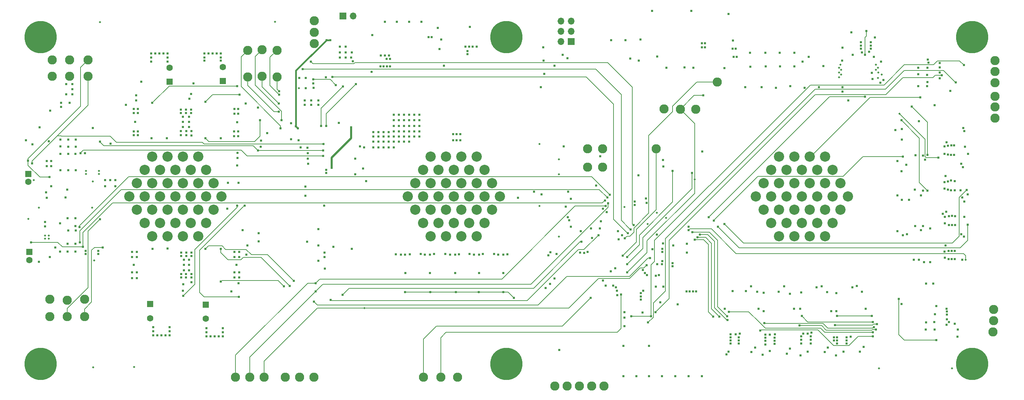
<source format=gbr>
G04 #@! TF.GenerationSoftware,KiCad,Pcbnew,(5.1.5-0-10_14)*
G04 #@! TF.CreationDate,2020-08-17T13:50:39-04:00*
G04 #@! TF.ProjectId,pressurization_series1,70726573-7375-4726-997a-6174696f6e5f,Rev 1*
G04 #@! TF.SameCoordinates,Original*
G04 #@! TF.FileFunction,Copper,L3,Inr*
G04 #@! TF.FilePolarity,Positive*
%FSLAX46Y46*%
G04 Gerber Fmt 4.6, Leading zero omitted, Abs format (unit mm)*
G04 Created by KiCad (PCBNEW (5.1.5-0-10_14)) date 2020-08-17 13:50:39*
%MOMM*%
%LPD*%
G04 APERTURE LIST*
%ADD10C,2.540000*%
%ADD11R,1.600000X1.600000*%
%ADD12C,1.600000*%
%ADD13C,2.286000*%
%ADD14C,8.000000*%
%ADD15R,1.700000X1.700000*%
%ADD16O,1.700000X1.700000*%
%ADD17C,0.609600*%
%ADD18C,0.508000*%
%ADD19C,0.381000*%
%ADD20C,0.508000*%
%ADD21C,0.203200*%
G04 APERTURE END LIST*
D10*
X69646800Y-89890600D03*
X65836800Y-89890600D03*
X62026800Y-89890600D03*
X58216800Y-89890600D03*
X60121800Y-93192600D03*
X67741800Y-93192600D03*
X63931800Y-93192600D03*
X56311800Y-93192600D03*
X71551800Y-93192600D03*
X69646800Y-96494600D03*
X65836800Y-96494600D03*
X58216800Y-96494600D03*
X62026800Y-96494600D03*
X73456800Y-96494600D03*
X54406800Y-96494600D03*
X63931800Y-106400600D03*
X60121800Y-106400600D03*
X62026800Y-109702600D03*
X54406800Y-103098600D03*
X56311800Y-106400600D03*
X58216800Y-109702600D03*
X58216800Y-103098600D03*
X62026800Y-103098600D03*
X65836800Y-109702600D03*
X67741800Y-106400600D03*
X65836800Y-103098600D03*
X71551800Y-106400600D03*
X69646800Y-109702600D03*
X69646800Y-103098600D03*
X73456800Y-103098600D03*
X71551800Y-99796600D03*
X67741800Y-99796600D03*
X63931800Y-99796600D03*
X60121800Y-99796600D03*
X56311800Y-99796600D03*
X75361800Y-99796600D03*
X52501800Y-99796600D03*
X138734800Y-89916000D03*
X134924800Y-89916000D03*
X131114800Y-89916000D03*
X127304800Y-89916000D03*
X129209800Y-93218000D03*
X136829800Y-93218000D03*
X133019800Y-93218000D03*
X125399800Y-93218000D03*
X140639800Y-93218000D03*
X138734800Y-96520000D03*
X134924800Y-96520000D03*
X127304800Y-96520000D03*
X131114800Y-96520000D03*
X142544800Y-96520000D03*
X123494800Y-96520000D03*
X133019800Y-106426000D03*
X129209800Y-106426000D03*
X131114800Y-109728000D03*
X123494800Y-103124000D03*
X125399800Y-106426000D03*
X127304800Y-109728000D03*
X127304800Y-103124000D03*
X131114800Y-103124000D03*
X134924800Y-109728000D03*
X136829800Y-106426000D03*
X134924800Y-103124000D03*
X140639800Y-106426000D03*
X138734800Y-109728000D03*
X138734800Y-103124000D03*
X142544800Y-103124000D03*
X140639800Y-99822000D03*
X136829800Y-99822000D03*
X133019800Y-99822000D03*
X129209800Y-99822000D03*
X125399800Y-99822000D03*
X144449800Y-99822000D03*
X121589800Y-99822000D03*
X225120200Y-89890600D03*
X221310200Y-89890600D03*
X217500200Y-89890600D03*
X213690200Y-89890600D03*
X215595200Y-93192600D03*
X223215200Y-93192600D03*
X219405200Y-93192600D03*
X211785200Y-93192600D03*
X227025200Y-93192600D03*
X225120200Y-96494600D03*
X221310200Y-96494600D03*
X213690200Y-96494600D03*
X217500200Y-96494600D03*
X228930200Y-96494600D03*
X209880200Y-96494600D03*
X219405200Y-106400600D03*
X215595200Y-106400600D03*
X217500200Y-109702600D03*
X209880200Y-103098600D03*
X211785200Y-106400600D03*
X213690200Y-109702600D03*
X213690200Y-103098600D03*
X217500200Y-103098600D03*
X221310200Y-109702600D03*
X223215200Y-106400600D03*
X221310200Y-103098600D03*
X227025200Y-106400600D03*
X225120200Y-109702600D03*
X225120200Y-103098600D03*
X228930200Y-103098600D03*
X227025200Y-99796600D03*
X223215200Y-99796600D03*
X219405200Y-99796600D03*
X215595200Y-99796600D03*
X211785200Y-99796600D03*
X230835200Y-99796600D03*
X207975200Y-99796600D03*
D11*
X62484000Y-71318000D03*
D12*
X62484000Y-67818000D03*
D13*
X89154000Y-70104000D03*
X85471000Y-69977000D03*
X81915000Y-70104000D03*
X89154000Y-63500000D03*
X85471000Y-63373000D03*
X81915000Y-63500000D03*
X98298000Y-144780000D03*
X94742000Y-144780000D03*
X91186000Y-144780000D03*
D11*
X75692000Y-71120000D03*
D12*
X75692000Y-67620000D03*
D11*
X57658000Y-126619000D03*
D12*
X57658000Y-130119000D03*
D13*
X129794000Y-144780000D03*
X198374000Y-71374000D03*
X183261000Y-88011000D03*
D14*
X261620000Y-60198000D03*
X146050000Y-60198000D03*
X30480000Y-141478000D03*
X146050000Y-141478000D03*
X261620000Y-141478000D03*
X30480000Y-60198000D03*
D12*
X27432000Y-96234000D03*
D11*
X27432000Y-94234000D03*
X27686000Y-113633000D03*
D12*
X27686000Y-115633000D03*
X71501000Y-130246000D03*
D11*
X71501000Y-126746000D03*
D13*
X98425000Y-59029600D03*
X98425000Y-56108600D03*
X98425000Y-61823600D03*
D15*
X162179000Y-61341000D03*
D16*
X159639000Y-61341000D03*
X162179000Y-58801000D03*
X159639000Y-58801000D03*
X162179000Y-56261000D03*
X159639000Y-56261000D03*
D15*
X105537000Y-54991000D03*
D16*
X108077000Y-54991000D03*
D13*
X267335000Y-80365600D03*
X267335000Y-74904600D03*
X267335000Y-77571600D03*
X193040000Y-78117700D03*
X185166000Y-78105000D03*
X189230000Y-78117700D03*
X133985000Y-144780000D03*
X125476000Y-144780000D03*
X170307000Y-146951700D03*
X164211000Y-146951700D03*
X167259000Y-146951700D03*
X161163000Y-146951700D03*
X158115000Y-146951700D03*
X33401000Y-65887600D03*
X37719000Y-65887600D03*
X42291000Y-65887600D03*
X33401000Y-69951600D03*
X37719000Y-69951600D03*
X42291000Y-69951600D03*
X32766000Y-125412500D03*
X37084000Y-125666500D03*
X41402000Y-125412500D03*
X41402000Y-129730500D03*
X37084000Y-129730500D03*
X32766000Y-129730500D03*
X78867000Y-144754600D03*
X82423000Y-144754600D03*
X85979000Y-144754600D03*
X267284200Y-68732400D03*
X266966700Y-130771900D03*
X267284200Y-66065400D03*
X266966700Y-127977900D03*
X267284200Y-71526400D03*
X266839700Y-133565900D03*
X166243000Y-88011000D03*
X169926000Y-88011000D03*
X166243000Y-92583000D03*
X169926000Y-92583000D03*
D17*
X133731000Y-84328000D03*
X132842000Y-84328000D03*
X134620000Y-84328000D03*
X99441000Y-77089000D03*
X96012000Y-77089000D03*
X99441000Y-75946000D03*
X96012000Y-75946000D03*
X250571000Y-71374000D03*
X248285000Y-72390000D03*
X250444000Y-72390000D03*
X250444000Y-69596000D03*
X248285000Y-69469000D03*
X248285000Y-67818000D03*
X250571000Y-67818000D03*
X252412500Y-129095500D03*
X250190000Y-131127500D03*
X252285500Y-131064000D03*
X252349000Y-132969000D03*
X250126500Y-132969000D03*
X35433000Y-85725000D03*
X35433000Y-87376000D03*
X35433000Y-89281000D03*
X35433000Y-93345000D03*
X37338000Y-89281000D03*
X37338000Y-87503000D03*
X37338000Y-85725000D03*
X39243000Y-85725000D03*
X39243000Y-87503000D03*
X39116000Y-89281000D03*
X37338000Y-93345000D03*
X34163000Y-112522000D03*
X35306000Y-113538000D03*
X37211000Y-105283000D03*
X37211000Y-111633000D03*
X37211000Y-113538000D03*
X39116000Y-113538000D03*
X39116000Y-111633000D03*
X39243000Y-108331000D03*
X39116000Y-107188000D03*
X39116000Y-105283000D03*
X39243000Y-93345000D03*
X201168000Y-138430000D03*
X259207000Y-115570000D03*
X206883000Y-138557000D03*
X211455000Y-138303000D03*
X215646000Y-138938000D03*
X220853000Y-138430000D03*
X225044000Y-138557000D03*
X229743000Y-138430000D03*
X233807000Y-138430000D03*
X259715000Y-101092000D03*
X259588000Y-109855000D03*
X259715000Y-104902000D03*
X259334000Y-92583000D03*
X259842000Y-87503000D03*
X259715000Y-83566000D03*
X237490000Y-60325000D03*
X231648000Y-59055000D03*
X130937000Y-114173000D03*
X118681500Y-114236500D03*
X124841000Y-114173000D03*
X136906000Y-114173000D03*
X143002000Y-114173000D03*
D18*
X159131000Y-94361000D03*
X159131000Y-109855000D03*
D17*
X77851000Y-123444000D03*
D18*
X28829000Y-95758000D03*
D17*
X220040300Y-72821700D03*
X205333600Y-72669400D03*
X209423000Y-72644000D03*
X212928300Y-72821700D03*
X216484300Y-72440700D03*
X249428000Y-89662000D03*
X249428000Y-98425000D03*
X249428000Y-107188000D03*
X248412000Y-115570000D03*
X30099000Y-116078000D03*
X109728000Y-87376000D03*
X110490000Y-92913200D03*
X135940800Y-62560200D03*
X104775000Y-65278000D03*
X106172000Y-65278000D03*
X107569000Y-65278000D03*
X104775000Y-64008000D03*
X106172000Y-64008000D03*
X107696000Y-64008000D03*
X104775000Y-62611000D03*
X106172000Y-62611000D03*
X136829800Y-62560200D03*
X137718800Y-62560200D03*
X138734800Y-62560200D03*
X35369500Y-106489500D03*
X37338000Y-108331000D03*
X255395405Y-129220654D03*
X253595300Y-67714700D03*
X184912000Y-111506000D03*
X182321000Y-112954000D03*
X184658000Y-116713000D03*
X187315356Y-116468644D03*
X183896000Y-119380000D03*
X99441000Y-107950000D03*
X99441000Y-112014000D03*
X99441000Y-115824000D03*
X172593000Y-122047000D03*
X170053000Y-120777000D03*
X96266000Y-70358000D03*
X184988000Y-92380000D03*
X209931000Y-128371590D03*
X227965000Y-128371590D03*
X190881000Y-113792000D03*
X218948000Y-127787410D03*
X191947000Y-53671000D03*
X201185000Y-54466000D03*
X182245000Y-53721000D03*
D18*
X183388000Y-103886000D03*
X181102000Y-106680000D03*
D17*
X97663000Y-75946000D03*
X97613400Y-77089000D03*
X258724400Y-98298000D03*
X260553200Y-99288600D03*
X65852000Y-123251000D03*
X67879000Y-74356000D03*
X54229000Y-74676000D03*
D18*
X27432000Y-105410000D03*
X30099000Y-102616000D03*
X43307000Y-102616000D03*
X43434000Y-96139000D03*
D17*
X31877000Y-98806000D03*
X26898600Y-85852000D03*
X30226000Y-82677000D03*
X43434000Y-82804000D03*
X35626000Y-77531000D03*
X115951000Y-56388000D03*
X118872000Y-56388000D03*
X121920000Y-56388000D03*
X124968000Y-56388000D03*
X178308000Y-144526000D03*
X181483000Y-144526000D03*
X184658000Y-144526000D03*
X187960000Y-144526000D03*
X191262000Y-144526000D03*
X194564000Y-144526000D03*
X169545000Y-106045000D03*
X158038800Y-67310000D03*
X155499000Y-69316400D03*
X223596300Y-72644010D03*
X136398000Y-64465200D03*
X129493022Y-63191378D03*
D18*
X43764200Y-115747800D03*
D17*
X112649000Y-68834000D03*
X236717345Y-69062590D03*
X174752000Y-109474000D03*
X175133000Y-144526000D03*
X137033000Y-57658000D03*
X185801000Y-67818000D03*
X190313000Y-67751000D03*
X161290000Y-105029000D03*
X129032000Y-57912000D03*
X172085000Y-60960000D03*
X175641000Y-60960000D03*
X200152000Y-67945000D03*
X104521000Y-81534000D03*
X184277000Y-126174500D03*
X179895500Y-128714500D03*
X188595000Y-126682500D03*
X258000500Y-134747000D03*
D18*
X238506000Y-142621000D03*
X256667000Y-142621000D03*
X53721000Y-142240000D03*
X43561000Y-142367000D03*
X45212000Y-56515000D03*
X88646000Y-56388000D03*
D17*
X200279000Y-127787400D03*
X247396000Y-98153703D03*
X122110500Y-114236500D03*
X128143000Y-114173000D03*
X140208000Y-114173000D03*
X134302500Y-114236500D03*
X146367500Y-114236500D03*
D18*
X159118300Y-90563700D03*
X154305000Y-86753700D03*
X154305000Y-102235000D03*
D17*
X79629000Y-121412000D03*
X247142000Y-115570000D03*
X110744000Y-87630000D03*
X114935000Y-64770000D03*
X115951000Y-64770000D03*
X116967000Y-64770000D03*
X114808000Y-67513200D03*
X117221000Y-67513200D03*
X116332000Y-65659000D03*
X112776000Y-59690000D03*
X255414459Y-128484298D03*
X255312339Y-131769537D03*
X253619000Y-70459603D03*
X253600500Y-66656500D03*
X181483000Y-137033000D03*
X190872000Y-111642000D03*
X187452000Y-112014000D03*
X184785000Y-115951000D03*
X187326714Y-117205158D03*
X183504247Y-116662342D03*
X183173702Y-119524459D03*
X170688000Y-122047000D03*
X94691000Y-70409000D03*
X98216600Y-72852400D03*
X194691000Y-88646000D03*
X184975500Y-90741500D03*
X202311000Y-61087000D03*
X183515000Y-65024000D03*
X179324000Y-60833000D03*
X247573800Y-89560400D03*
X247472200Y-107162600D03*
D18*
X185674000Y-105156000D03*
D17*
X65913000Y-121666000D03*
X67437000Y-75565000D03*
X54189000Y-75986000D03*
X32004000Y-100203000D03*
X32893000Y-78486000D03*
X115620800Y-67513200D03*
X116433600Y-67513200D03*
X117221000Y-65659000D03*
X170942000Y-103759000D03*
X130581400Y-67335400D03*
X100838000Y-102133400D03*
X236956600Y-70586600D03*
X161671000Y-105791000D03*
X192513000Y-67837000D03*
X202247500Y-123380500D03*
X209931000Y-123825000D03*
X219202000Y-123698000D03*
X227965000Y-123888500D03*
X169291000Y-107823000D03*
X173228000Y-122428000D03*
X184785000Y-113639603D03*
X195326000Y-61722000D03*
X194564000Y-61722000D03*
X202946000Y-63119000D03*
X202184000Y-63119000D03*
X101475542Y-60934600D03*
X93853000Y-82423000D03*
X94361000Y-82931000D03*
X102387400Y-60934600D03*
X101346000Y-93980000D03*
X101346000Y-93218000D03*
X107975396Y-66243200D03*
X101269800Y-70205600D03*
X256260600Y-73609200D03*
X154660600Y-72644000D03*
X159207200Y-137998200D03*
X258064000Y-132969000D03*
X129921000Y-60833000D03*
X195326000Y-62738000D03*
X194564000Y-62738000D03*
X203200000Y-65151000D03*
X202438000Y-65151000D03*
X126746000Y-60198000D03*
X127508000Y-60198000D03*
X102743000Y-91948000D03*
X102743000Y-92710000D03*
X107569000Y-82677000D03*
X107569000Y-83439000D03*
X155194000Y-62738000D03*
X155321000Y-66040000D03*
X124460000Y-80899000D03*
X124460000Y-82296000D03*
X124460000Y-79502000D03*
X58928000Y-64262000D03*
X61976000Y-64262000D03*
X57912000Y-65278000D03*
X60960000Y-64262000D03*
X57912000Y-66294000D03*
X61976000Y-66294000D03*
X61976000Y-65278000D03*
X57912000Y-64262000D03*
X59944000Y-64262000D03*
X72136000Y-64262000D03*
X75184000Y-64262000D03*
X71120000Y-65278000D03*
X74168000Y-64262000D03*
X71120000Y-66040000D03*
X75184000Y-66040000D03*
X75184000Y-65278000D03*
X71120000Y-64262000D03*
X73152000Y-64262000D03*
X121920000Y-80899000D03*
X121920000Y-82296000D03*
X121920000Y-79502000D03*
X123190000Y-80899000D03*
X123190000Y-82296000D03*
X123190000Y-79502000D03*
X221615000Y-134620000D03*
X221615000Y-135509000D03*
X221615000Y-136398000D03*
X219202000Y-134620000D03*
X219202000Y-136398000D03*
X114300000Y-83820000D03*
X256542200Y-113413200D03*
X256540000Y-115443000D03*
X257302000Y-115443000D03*
X255778000Y-115443000D03*
X257302000Y-113411000D03*
X255778000Y-113411000D03*
X256667000Y-104648000D03*
X256667000Y-106934000D03*
X257429000Y-106934000D03*
X255905000Y-106934000D03*
X255905000Y-104775000D03*
X257429000Y-104775000D03*
X256413000Y-95885000D03*
X256413000Y-98298000D03*
X257302000Y-98298000D03*
X257302000Y-96012000D03*
X255651000Y-96139000D03*
X255651000Y-98171000D03*
X256439200Y-87148200D03*
X256413000Y-89535000D03*
X257175000Y-87122000D03*
X257175000Y-89535000D03*
X255651000Y-89408000D03*
X255651000Y-87249000D03*
X236474000Y-62357000D03*
X234061000Y-62357000D03*
X236474000Y-61468000D03*
X236474000Y-63119000D03*
X234061000Y-61468000D03*
X234061000Y-63119000D03*
X41656000Y-113411000D03*
X41656000Y-114173000D03*
X44831000Y-113411000D03*
X203708000Y-134874000D03*
X203708000Y-135636000D03*
X203708000Y-136398000D03*
X201676000Y-136398000D03*
X201676000Y-135636000D03*
X201676000Y-134874000D03*
X212598000Y-135001000D03*
X212598000Y-135763000D03*
X212598000Y-136525000D03*
X219202000Y-135509000D03*
X230505000Y-134874000D03*
X230505000Y-135636000D03*
X228092000Y-134874000D03*
X228092000Y-135636000D03*
X228092000Y-136398000D03*
X210312000Y-135001000D03*
X210312000Y-135763000D03*
X210312000Y-136652000D03*
X115570000Y-83820000D03*
X116840000Y-83820000D03*
X118110000Y-83693000D03*
X119380000Y-83693000D03*
X120650000Y-83693000D03*
X121920000Y-83693000D03*
X123190000Y-83693000D03*
X124460000Y-83693000D03*
X118110000Y-79502000D03*
X114300000Y-86233000D03*
X115570000Y-86233000D03*
X116840000Y-86233000D03*
X118110000Y-86233000D03*
X119380000Y-86233000D03*
X120650000Y-86233000D03*
X121920000Y-86233000D03*
X118110000Y-80899000D03*
X118110000Y-82296000D03*
X118110000Y-84963000D03*
X116840000Y-84963000D03*
X115570000Y-84963000D03*
X114300000Y-84963000D03*
X119380000Y-79502000D03*
X119380000Y-80899000D03*
X119380000Y-82296000D03*
X120650000Y-80899000D03*
X120650000Y-82296000D03*
X113030000Y-83820000D03*
X113030000Y-86233000D03*
X113030000Y-87630000D03*
X114300000Y-87630000D03*
X115570000Y-87630000D03*
X116840000Y-87630000D03*
X118110000Y-87630000D03*
X123190000Y-84963000D03*
X120650000Y-79502000D03*
X119380000Y-84963000D03*
X120650000Y-84963000D03*
X121920000Y-84963000D03*
X113030000Y-84963000D03*
X44831000Y-114173000D03*
D18*
X41783000Y-94234000D03*
X41783000Y-93472000D03*
X44958000Y-93472000D03*
X44958000Y-94234000D03*
D17*
X175107600Y-137007600D03*
X201676000Y-134112000D03*
X202946000Y-134112000D03*
X210312000Y-134239000D03*
X211455000Y-134239000D03*
X219710000Y-133985000D03*
X220853000Y-133985000D03*
X230505000Y-136398000D03*
X227330000Y-135636000D03*
X227330000Y-134874000D03*
X254762000Y-113512600D03*
X254889000Y-115062000D03*
X254889000Y-104902000D03*
X254889000Y-106553000D03*
X254762000Y-96266000D03*
X254762000Y-97917000D03*
X254762000Y-87376000D03*
X254762000Y-89281000D03*
X234315000Y-64008000D03*
X236093000Y-63881000D03*
X72644000Y-134620000D03*
X73660000Y-134620000D03*
X74676000Y-134620000D03*
X75692000Y-134620000D03*
X71628000Y-134620000D03*
X71628000Y-133604000D03*
X75692000Y-133604000D03*
X75692000Y-132588000D03*
X71628000Y-132588000D03*
X60452000Y-134366000D03*
X61468000Y-134366000D03*
X59436000Y-134366000D03*
X62484000Y-134366000D03*
X58420000Y-134366000D03*
X58420000Y-133350000D03*
X58420000Y-132334000D03*
X62484000Y-133350000D03*
X62484000Y-132334000D03*
X124460000Y-84963000D03*
X133731000Y-85852000D03*
X132842000Y-85852000D03*
X134620000Y-85852000D03*
X36830000Y-71882000D03*
X38354000Y-71882000D03*
X36830000Y-74422000D03*
X38354000Y-74422000D03*
X38354000Y-73152000D03*
X216408000Y-124079000D03*
X234315000Y-123571000D03*
X244475000Y-109474000D03*
X245491000Y-109220000D03*
X245999000Y-100711000D03*
X244221000Y-100711000D03*
X245313200Y-91998800D03*
X244094000Y-93599000D03*
X244221000Y-83058000D03*
X244221000Y-85725000D03*
X67945000Y-119126000D03*
X67945000Y-120015000D03*
X67310000Y-118237000D03*
X66548000Y-119126000D03*
X65405000Y-119126000D03*
X65405000Y-120015000D03*
X66548000Y-120015000D03*
X66040000Y-118237000D03*
X65405000Y-113792000D03*
X66675000Y-113792000D03*
X65405000Y-114681000D03*
X66040000Y-115570000D03*
X67945000Y-113792000D03*
X66675000Y-114681000D03*
X67310000Y-115570000D03*
X67945000Y-114681000D03*
X78613000Y-118745000D03*
X78613000Y-120015000D03*
X79756000Y-120015000D03*
X79756000Y-118745000D03*
X78613000Y-113665000D03*
X79756000Y-113665000D03*
X79756000Y-114935000D03*
X78613000Y-114935000D03*
X53213000Y-113665000D03*
X53213000Y-114935000D03*
X54356000Y-120142000D03*
X53213000Y-120142000D03*
X53213000Y-118745000D03*
X66040000Y-116840000D03*
X79121000Y-116840000D03*
X53594000Y-116840000D03*
X111252000Y-96012000D03*
X208280000Y-123571000D03*
X225679000Y-123634500D03*
X229489000Y-72644000D03*
X229463600Y-73761600D03*
X65278000Y-83566000D03*
X65278000Y-84582000D03*
X66675000Y-83566000D03*
X66675000Y-84582000D03*
X67945000Y-83566000D03*
X67945000Y-84709000D03*
X65786000Y-82550000D03*
X67310000Y-82550000D03*
X65786000Y-80010000D03*
X67310000Y-80010000D03*
X65278000Y-78232000D03*
X65278000Y-79121000D03*
X66548000Y-78232000D03*
X66548000Y-79121000D03*
X67818000Y-78232000D03*
X67818000Y-79121000D03*
X78486000Y-83693000D03*
X78486000Y-84836000D03*
X79502000Y-84836000D03*
X79502000Y-83693000D03*
X79248000Y-81407000D03*
X78613000Y-78105000D03*
X78613000Y-79248000D03*
X79502000Y-79248000D03*
X79502000Y-78105000D03*
X54610000Y-84582000D03*
X53594000Y-84582000D03*
X53594000Y-83693000D03*
X54610000Y-83693000D03*
X53594000Y-78105000D03*
X54610000Y-78105000D03*
X54610000Y-79121000D03*
X53594000Y-79121000D03*
X53975000Y-81280000D03*
X46482000Y-97282000D03*
X46482000Y-95758000D03*
X49022000Y-97282000D03*
X49022000Y-95758000D03*
X47752000Y-95758000D03*
X54356000Y-113665000D03*
X54356000Y-118745000D03*
X54356000Y-114935000D03*
X205486000Y-123380500D03*
X213677500Y-123571000D03*
X223012000Y-122478810D03*
X231965500Y-122478810D03*
X67310000Y-116840000D03*
X65786000Y-81280000D03*
X67310000Y-81280000D03*
X230886000Y-75946000D03*
X206756000Y-122174000D03*
X215011000Y-122148590D03*
X224271000Y-122148590D03*
X243078000Y-108458000D03*
X243078000Y-99568000D03*
X243078000Y-91059000D03*
X242570000Y-83312000D03*
X232994000Y-122098000D03*
X32512000Y-86106000D03*
X156464000Y-114503200D03*
X41503600Y-89052400D03*
X85090002Y-87502998D03*
X156997400Y-113715800D03*
X47828200Y-86690190D03*
X85217000Y-85979000D03*
X158496000Y-114173000D03*
X32689800Y-95046800D03*
X27355800Y-90957400D03*
X31623000Y-106172000D03*
X171121636Y-100096443D03*
X40208200Y-111226602D03*
X171729400Y-99390200D03*
X40182800Y-107416600D03*
X170535600Y-100812600D03*
D18*
X175387000Y-102489000D03*
D17*
X41021000Y-112369600D03*
X28117800Y-111226600D03*
X178816000Y-94615000D03*
X170002200Y-102920800D03*
X168351200Y-97129600D03*
X169341800Y-89839800D03*
X167106600Y-107823000D03*
X160299400Y-87376000D03*
X175437800Y-110236000D03*
X176022000Y-118745000D03*
D18*
X192786000Y-95631000D03*
D17*
X194945000Y-74676000D03*
X192151000Y-93980000D03*
X176022000Y-116713000D03*
X187325000Y-93472000D03*
X176022000Y-114935000D03*
X210439000Y-67487800D03*
X210312000Y-64135000D03*
X213969600Y-67487800D03*
X213868000Y-64135000D03*
X206603600Y-67538600D03*
X206502000Y-64135000D03*
X219583000Y-66294000D03*
X221107000Y-65151000D03*
X217525600Y-67513200D03*
X217551000Y-64135000D03*
X224688400Y-67436998D03*
D18*
X31623000Y-109601000D03*
X32512000Y-109601000D03*
X31623000Y-110363000D03*
X32512000Y-110363000D03*
D17*
X32004000Y-91059000D03*
X33147000Y-91059000D03*
X33147000Y-92329000D03*
X32004000Y-92329000D03*
X96901000Y-91694000D03*
X96748600Y-87706200D03*
X79375000Y-89027000D03*
X96774000Y-90398600D03*
X79298800Y-92151200D03*
X96774000Y-89052400D03*
X79375000Y-90297000D03*
X173736000Y-108458000D03*
X162052000Y-100457000D03*
X154813000Y-99314000D03*
X133350000Y-114300000D03*
X132080000Y-114300000D03*
X145288000Y-114300000D03*
X119888000Y-114300000D03*
X144018000Y-114300000D03*
X120904000Y-114300000D03*
X138049000Y-114300000D03*
X125857000Y-114300000D03*
X127127000Y-114300000D03*
X139319000Y-114300000D03*
X183388000Y-109347000D03*
X161417000Y-98679000D03*
X152908000Y-98679000D03*
X173964600Y-110540800D03*
X160807400Y-102362000D03*
X148971000Y-100203000D03*
X184785000Y-112903000D03*
X229489000Y-62865000D03*
X231978200Y-64617600D03*
X229362000Y-66040000D03*
X207772000Y-137414000D03*
X203962000Y-133985000D03*
X208661000Y-127787410D03*
X216408000Y-137668000D03*
X212725000Y-134112000D03*
X217424000Y-127787410D03*
X225806000Y-137414000D03*
X221742000Y-133731000D03*
X226695000Y-128371590D03*
X234696000Y-137287000D03*
X248920000Y-108204000D03*
X255016000Y-112014000D03*
X258953000Y-109220000D03*
X248920000Y-99568000D03*
X255219200Y-103606600D03*
X259207000Y-100076000D03*
X249936000Y-90678000D03*
X255016000Y-94742000D03*
X258953000Y-91694000D03*
X255270000Y-86360000D03*
X248412000Y-81153000D03*
X259461000Y-82804000D03*
X231521000Y-134747000D03*
X235204000Y-127787410D03*
X255905000Y-131064000D03*
X98171000Y-71755000D03*
X254075128Y-69673272D03*
X183057810Y-128651000D03*
X257556000Y-71501000D03*
X257344567Y-131529433D03*
X96266000Y-72898000D03*
X181228996Y-131191000D03*
X171958000Y-118491000D03*
X173101000Y-117729000D03*
X193167000Y-123444000D03*
X192405000Y-123444000D03*
X191516000Y-123444000D03*
X190754000Y-123444000D03*
X108585000Y-94310200D03*
X108762800Y-71882000D03*
X101371400Y-82321400D03*
X238887000Y-71551800D03*
X178943000Y-66040000D03*
X160020000Y-64643000D03*
X235432600Y-58699400D03*
X235077000Y-64579500D03*
X196291200Y-104978200D03*
X235077000Y-75057010D03*
X237236000Y-65151000D03*
X239014000Y-66319400D03*
X200710800Y-139090400D03*
X192786000Y-110591600D03*
X197421500Y-129730500D03*
X236982000Y-134645400D03*
X209067400Y-133223000D03*
X209626200Y-139217400D03*
X193522600Y-110007400D03*
X198945500Y-129730500D03*
X237744000Y-132969000D03*
X218821000Y-131953000D03*
X219075000Y-139344400D03*
X194106800Y-109321600D03*
X200914000Y-130556000D03*
X237998000Y-131572000D03*
X227584000Y-131826000D03*
D18*
X260045200Y-115570000D03*
D17*
X191296278Y-108212878D03*
X251206000Y-116205000D03*
X249682000Y-116205000D03*
X260553200Y-106883200D03*
X191287400Y-107340400D03*
X198551800Y-107340400D03*
X254381000Y-104140000D03*
X250190000Y-121539000D03*
X260299200Y-98221800D03*
X200177400Y-106730800D03*
D18*
X243586000Y-79248000D03*
D17*
X253238000Y-90170000D03*
X260604200Y-89280800D03*
X197535800Y-105816400D03*
X244475000Y-89916000D03*
X192227200Y-108712000D03*
X227838000Y-139344400D03*
X200850500Y-129603500D03*
X93345000Y-120853200D03*
X71374000Y-112903000D03*
X92329000Y-122097800D03*
X75184000Y-112903000D03*
X90830400Y-122174000D03*
X75184000Y-121031000D03*
X108585000Y-90449400D03*
X244157500Y-126555500D03*
X177038000Y-129667000D03*
X259600700Y-67170300D03*
X181991000Y-129667000D03*
X103759000Y-72136000D03*
X98171000Y-70739000D03*
X255270000Y-127762000D03*
D18*
X94615000Y-72898000D03*
D17*
X120904000Y-123647200D03*
X145288000Y-123647200D03*
X139242800Y-123647200D03*
X127177800Y-123647200D03*
X133578600Y-123647200D03*
X147904200Y-125069600D03*
X166954200Y-125069600D03*
X40386000Y-89052400D03*
X100609400Y-89763600D03*
X84404200Y-88392000D03*
X45212000Y-86233000D03*
X100584000Y-88392000D03*
X28397200Y-91617800D03*
X100660200Y-86791800D03*
X45923200Y-112496600D03*
X162077400Y-107391200D03*
X167360600Y-110185200D03*
X45212000Y-105486200D03*
X164490400Y-108483400D03*
X32766000Y-114909600D03*
X184986240Y-122275600D03*
X253568200Y-69037200D03*
X255394100Y-130368400D03*
X179451000Y-124714000D03*
X97536000Y-66294000D03*
X177622200Y-106984800D03*
X183134000Y-122275600D03*
X250672600Y-65760600D03*
X252730000Y-127127000D03*
X179451000Y-123888500D03*
X95504000Y-68199000D03*
X176885600Y-108077000D03*
X179984400Y-123317000D03*
X252349000Y-77165200D03*
X252734100Y-135568400D03*
X179451000Y-125476000D03*
X243459000Y-125349000D03*
X102870000Y-70104000D03*
X176174402Y-109016800D03*
X180848000Y-101475030D03*
X180721000Y-100330000D03*
X177927000Y-101981000D03*
X177927000Y-101092000D03*
X175388017Y-132106417D03*
X121031000Y-118897400D03*
X175348900Y-129933700D03*
X127127000Y-118897400D03*
X133350000Y-118897400D03*
X175361600Y-128600200D03*
X139319000Y-118897400D03*
X173583600Y-124358400D03*
X173482000Y-123291600D03*
X145288000Y-118897400D03*
X174929800Y-114579400D03*
X105486200Y-72491604D03*
X100101493Y-82283553D03*
X239623600Y-70916800D03*
X176784000Y-65532000D03*
X161188400Y-65430400D03*
X236982000Y-133629400D03*
X201295000Y-128498600D03*
X210058000Y-131318000D03*
X237236000Y-132334000D03*
X236982000Y-131064000D03*
X219375398Y-129565410D03*
X251206000Y-107823000D03*
X251968000Y-121539000D03*
X244094000Y-80899000D03*
X250571000Y-98425000D03*
X246634000Y-77470000D03*
X250571000Y-89535000D03*
X228145582Y-129565410D03*
X236728000Y-129565410D03*
X92633800Y-81610200D03*
X51689000Y-77089000D03*
X36703000Y-100126800D03*
X92633800Y-85598000D03*
X136448800Y-63652400D03*
X28511492Y-86868000D03*
X31623000Y-107315000D03*
X250799600Y-66548000D03*
X37719000Y-76581000D03*
X37084000Y-98171000D03*
D18*
X238252000Y-70358000D03*
X228600000Y-70231000D03*
X239191800Y-69545200D03*
X229108000Y-69494390D03*
X228612326Y-68973326D03*
X238353600Y-69037200D03*
X237744000Y-68326000D03*
X229094467Y-68314880D03*
X238252000Y-67818000D03*
X228600000Y-67818000D03*
X228981000Y-67056000D03*
X237744000Y-67056000D03*
D17*
X248793000Y-75184000D03*
X174523400Y-124231400D03*
X35560000Y-76581000D03*
X33147000Y-97282000D03*
X96189800Y-97383600D03*
X96189800Y-99669600D03*
X79603600Y-96418400D03*
X76962000Y-96418400D03*
X76809600Y-102870000D03*
X81788000Y-112014000D03*
X81534000Y-114300000D03*
X84582000Y-108966000D03*
X84582000Y-110998000D03*
X80645000Y-108204000D03*
X180949600Y-119430800D03*
X155778200Y-122580400D03*
X100990400Y-117754400D03*
X180441600Y-118872000D03*
X156895800Y-121564400D03*
X100965000Y-114909600D03*
X179959000Y-118135400D03*
X157988000Y-120269000D03*
X100965000Y-113842800D03*
X166243000Y-113665000D03*
X96647000Y-111125000D03*
X165354000Y-113919000D03*
X103124000Y-112395000D03*
X164338000Y-113792000D03*
X107696000Y-112903000D03*
X58293000Y-112903000D03*
X164719000Y-111125000D03*
X105410000Y-124333000D03*
X61976000Y-112776000D03*
X168910000Y-109448600D03*
X102489000Y-125603000D03*
X67945000Y-121158000D03*
X98298000Y-125984000D03*
X181737000Y-115189000D03*
X75184000Y-85344000D03*
X86741000Y-84074000D03*
X90043000Y-82931000D03*
X71374000Y-85344000D03*
X84963000Y-80899000D03*
X90297000Y-80899000D03*
X79883000Y-74549000D03*
X71374000Y-76327000D03*
X89712800Y-74549000D03*
X61849000Y-85369400D03*
X84455000Y-77724000D03*
X89560400Y-78740000D03*
X58039000Y-85369400D03*
X81407000Y-76708000D03*
X89585800Y-76708000D03*
X79248000Y-72364600D03*
X58216800Y-76555600D03*
X89662000Y-73660000D03*
X170688000Y-102235000D03*
X98755200Y-121412000D03*
X171272200Y-101549200D03*
X98755200Y-123444000D03*
X180848000Y-116967000D03*
D18*
X110820200Y-127635000D03*
D17*
X79730600Y-124790200D03*
X95021400Y-87680800D03*
X81102200Y-102082600D03*
X65862200Y-124561600D03*
X79248000Y-102082600D03*
X94488000Y-85852000D03*
X55448200Y-71272400D03*
X68465700Y-71691500D03*
D19*
X101475542Y-60934600D02*
X101475542Y-60934600D01*
X93865699Y-68544443D02*
X101475542Y-60934600D01*
X93865699Y-82410301D02*
X93865699Y-68544443D01*
X93853000Y-82423000D02*
X93865699Y-82410301D01*
X93853000Y-82423000D02*
X94361000Y-82931000D01*
X101475542Y-60934600D02*
X102387400Y-60934600D01*
D20*
X102743000Y-92710000D02*
X102743000Y-91948000D01*
X102743000Y-91948000D02*
X102743000Y-90170000D01*
X102743000Y-90170000D02*
X107569000Y-85344000D01*
X107569000Y-85344000D02*
X107569000Y-82677000D01*
X107569000Y-82677000D02*
X107569000Y-82677000D01*
D21*
X27355800Y-92100400D02*
X27355800Y-91388452D01*
X32689800Y-95046800D02*
X30302200Y-95046800D01*
X27355800Y-91388452D02*
X27355800Y-90957400D01*
X30302200Y-95046800D02*
X27355800Y-92100400D01*
X40411400Y-77417166D02*
X40411400Y-67767200D01*
X40411400Y-67767200D02*
X42291000Y-65887600D01*
X27355800Y-90957400D02*
X27355800Y-90472766D01*
X27355800Y-90472766D02*
X40411400Y-77417166D01*
X50469800Y-98120200D02*
X40208200Y-108381800D01*
X169145393Y-98120200D02*
X50469800Y-98120200D01*
X40208200Y-108381800D02*
X40208200Y-110795550D01*
X171121636Y-100096443D02*
X169145393Y-98120200D01*
X40208200Y-110795550D02*
X40208200Y-111226602D01*
X171424601Y-99085401D02*
X171729400Y-99390200D01*
X167233600Y-94894400D02*
X171424601Y-99085401D01*
X40411400Y-106832400D02*
X52349400Y-94894400D01*
X52349400Y-94894400D02*
X167233600Y-94894400D01*
X40411400Y-106832400D02*
X40309800Y-106934000D01*
X40309800Y-106934000D02*
X40182800Y-107061000D01*
X40182800Y-107061000D02*
X40182800Y-107416600D01*
X40182800Y-107416600D02*
X40182800Y-107416600D01*
X170230801Y-101117399D02*
X170535600Y-100812600D01*
X169875201Y-101472999D02*
X170230801Y-101117399D01*
X51307999Y-101472999D02*
X50241201Y-101472999D01*
X51307999Y-101472999D02*
X169875201Y-101472999D01*
X51104799Y-101472999D02*
X51307999Y-101472999D01*
X50241201Y-101472999D02*
X48336201Y-101472999D01*
X48336201Y-101472999D02*
X41021000Y-108788200D01*
X41021000Y-108788200D02*
X41021000Y-112369600D01*
X41021000Y-112369600D02*
X41021000Y-112369600D01*
X41021000Y-112369600D02*
X35915600Y-112369600D01*
X35915600Y-112369600D02*
X34772600Y-111226600D01*
X34772600Y-111226600D02*
X28117800Y-111226600D01*
X28117800Y-111226600D02*
X28092400Y-111226600D01*
X193319400Y-71374000D02*
X198374000Y-71374000D01*
X187299600Y-77393800D02*
X193319400Y-71374000D01*
X181381400Y-84709000D02*
X187299600Y-78790800D01*
X181381400Y-104015034D02*
X181381400Y-84709000D01*
X175945800Y-109728000D02*
X176707800Y-109728000D01*
X176707800Y-109728000D02*
X177698400Y-108737400D01*
X175437800Y-110236000D02*
X175945800Y-109728000D01*
X177698400Y-108737400D02*
X177698400Y-107698034D01*
X187299600Y-78790800D02*
X187299600Y-77393800D01*
X177698400Y-107698034D02*
X181381400Y-104015034D01*
X192786000Y-81673700D02*
X189230000Y-78117700D01*
X192786000Y-95631000D02*
X192786000Y-81673700D01*
X189230000Y-78117700D02*
X192671700Y-74676000D01*
X192671700Y-74676000D02*
X194945000Y-74676000D01*
X194945000Y-74676000D02*
X194945000Y-74676000D01*
X176326799Y-118440201D02*
X176022000Y-118745000D01*
X192786000Y-95631000D02*
X192786000Y-99060000D01*
X180975000Y-113792000D02*
X176326799Y-118440201D01*
X180975000Y-110871000D02*
X180975000Y-113792000D01*
X192786000Y-99060000D02*
X180975000Y-110871000D01*
X192151000Y-97917000D02*
X192151000Y-93980000D01*
X176022000Y-116713000D02*
X179959000Y-112776000D01*
X179959000Y-110109000D02*
X192151000Y-97917000D01*
X179959000Y-112776000D02*
X179959000Y-110109000D01*
X187325000Y-101219000D02*
X187325000Y-93472000D01*
X179070000Y-109474000D02*
X187325000Y-101219000D01*
X176022000Y-114935000D02*
X179070000Y-111887000D01*
X179070000Y-111887000D02*
X179070000Y-109474000D01*
X244424200Y-70307200D02*
X240207800Y-74523600D01*
X252500328Y-69673272D02*
X251866400Y-70307200D01*
X251866400Y-70307200D02*
X244424200Y-70307200D01*
X254075128Y-69673272D02*
X252500328Y-69673272D01*
X186486800Y-110720634D02*
X186486800Y-125222010D01*
X240207800Y-74523600D02*
X222681800Y-74523600D01*
X186486800Y-125222010D02*
X183362609Y-128346201D01*
X222681800Y-74523600D02*
X222605600Y-74599800D01*
X183362609Y-128346201D02*
X183057810Y-128651000D01*
X222605600Y-74601834D02*
X186486800Y-110720634D01*
X222605600Y-74599800D02*
X222605600Y-74601834D01*
X222656389Y-73177411D02*
X223852333Y-73177411D01*
X182524400Y-126365000D02*
X185519641Y-123369759D01*
X185519641Y-122023559D02*
X185521600Y-122021600D01*
X181228996Y-131191000D02*
X182524400Y-129895596D01*
X185519641Y-123369759D02*
X185519641Y-122023559D01*
X223852333Y-73177411D02*
X223852344Y-73177400D01*
X185521600Y-122021600D02*
X185521600Y-110312200D01*
X185521600Y-110312200D02*
X222656389Y-73177411D01*
X254558799Y-68503799D02*
X257251201Y-71196201D01*
X240131600Y-73177400D02*
X244805201Y-68503799D01*
X257251201Y-71196201D02*
X257556000Y-71501000D01*
X244805201Y-68503799D02*
X254558799Y-68503799D01*
X223852344Y-73177400D02*
X240131600Y-73177400D01*
X182524400Y-129895596D02*
X182524400Y-126365000D01*
X108762800Y-71882000D02*
X108762800Y-71882000D01*
X101371400Y-79273400D02*
X101371400Y-81890348D01*
X108762800Y-71882000D02*
X101371400Y-79273400D01*
X101371400Y-81890348D02*
X101371400Y-82321400D01*
X238887000Y-71551800D02*
X238887000Y-71551800D01*
X238887000Y-71551800D02*
X238887000Y-71551800D01*
X179044600Y-66141600D02*
X178943000Y-66040000D01*
X235432600Y-59969400D02*
X235432600Y-58699400D01*
X235077000Y-60325000D02*
X235432600Y-59969400D01*
X235077000Y-60325000D02*
X235077000Y-64579500D01*
X235077000Y-74866500D02*
X235077000Y-74866500D01*
X235077000Y-64579500D02*
X235077000Y-64579500D01*
X196291200Y-104978200D02*
X226212390Y-75057010D01*
X234645948Y-75057010D02*
X235077000Y-75057010D01*
X226212390Y-75057010D02*
X234645948Y-75057010D01*
X195046600Y-110591600D02*
X192786000Y-110591600D01*
X196215000Y-128524000D02*
X196215000Y-111760000D01*
X196215000Y-111760000D02*
X195046600Y-110591600D01*
X197421500Y-129730500D02*
X196215000Y-128524000D01*
X233349800Y-134645400D02*
X231063800Y-136931400D01*
X231063800Y-136931400D02*
X227279200Y-136931400D01*
X236982000Y-134645400D02*
X233349800Y-134645400D01*
X227279200Y-136931400D02*
X223367600Y-133019800D01*
X223367600Y-133019800D02*
X209270600Y-133019800D01*
X195478400Y-110007400D02*
X196977000Y-111506000D01*
X196977000Y-127762000D02*
X198945500Y-129730500D01*
X196977000Y-111506000D02*
X196977000Y-127762000D01*
X193522600Y-110007400D02*
X195478400Y-110007400D01*
X237744000Y-132969000D02*
X237236000Y-132969000D01*
X237236000Y-132969000D02*
X236855000Y-132969000D01*
X236855000Y-132969000D02*
X236728000Y-133096000D01*
X236728000Y-133096000D02*
X225425000Y-133096000D01*
X225425000Y-133096000D02*
X224282000Y-131953000D01*
X224282000Y-131953000D02*
X218821000Y-131953000D01*
X197739000Y-127508000D02*
X200787000Y-130556000D01*
X197739000Y-110998000D02*
X197739000Y-127508000D01*
X200787000Y-130556000D02*
X200914000Y-130556000D01*
X196062600Y-109321600D02*
X197739000Y-110998000D01*
X194106800Y-109321600D02*
X196062600Y-109321600D01*
X236954566Y-131826000D02*
X227584000Y-131826000D01*
X237208566Y-131572000D02*
X236954566Y-131826000D01*
X237998000Y-131572000D02*
X237208566Y-131572000D01*
X191601077Y-107908079D02*
X191296278Y-108212878D01*
X260045200Y-114579400D02*
X259511800Y-114046000D01*
X259511800Y-114046000D02*
X203073000Y-114046000D01*
X260045200Y-115570000D02*
X260045200Y-114579400D01*
X203073000Y-114046000D02*
X196935079Y-107908079D01*
X196935079Y-107908079D02*
X191601077Y-107908079D01*
X198551800Y-107340400D02*
X203809600Y-112598200D01*
X203809600Y-112598200D02*
X258699000Y-112598200D01*
X260553200Y-110744000D02*
X260553200Y-106883200D01*
X258699000Y-112598200D02*
X260553200Y-110744000D01*
X260299200Y-98221800D02*
X258419599Y-100101401D01*
X258419599Y-109753401D02*
X256743200Y-111429800D01*
X258419599Y-100101401D02*
X258419599Y-109753401D01*
X204876400Y-111429800D02*
X205079600Y-111429800D01*
X200177400Y-106730800D02*
X204876400Y-111429800D01*
X256743200Y-111429800D02*
X205079600Y-111429800D01*
X243839999Y-79501999D02*
X243586000Y-79248000D01*
X249961401Y-89913967D02*
X249961401Y-85623401D01*
X249961401Y-85623401D02*
X243839999Y-79501999D01*
X250217434Y-90170000D02*
X249961401Y-89913967D01*
X253238000Y-90170000D02*
X250217434Y-90170000D01*
X197840599Y-105511601D02*
X197535800Y-105816400D01*
X208483200Y-94869000D02*
X197840599Y-105511601D01*
X229616000Y-94869000D02*
X208483200Y-94869000D01*
X234569000Y-89916000D02*
X229616000Y-94869000D01*
X244475000Y-89916000D02*
X234569000Y-89916000D01*
X196469000Y-108712000D02*
X198501000Y-110744000D01*
X192227200Y-108712000D02*
X196469000Y-108712000D01*
X198501000Y-110744000D02*
X198501000Y-127254000D01*
X198501000Y-127254000D02*
X200850500Y-129603500D01*
X72136000Y-112141000D02*
X71374000Y-112903000D01*
X75565000Y-112141000D02*
X72136000Y-112141000D01*
X81508600Y-113004600D02*
X76428600Y-113004600D01*
X82829400Y-114325400D02*
X81508600Y-113004600D01*
X76428600Y-113004600D02*
X75565000Y-112141000D01*
X86817200Y-114325400D02*
X82829400Y-114325400D01*
X93345000Y-120853200D02*
X86817200Y-114325400D01*
X89839800Y-119608600D02*
X89814400Y-119608600D01*
X92329000Y-122097800D02*
X89839800Y-119608600D01*
X80772000Y-114960400D02*
X80162400Y-115570000D01*
X89814400Y-119608600D02*
X85166200Y-114960400D01*
X85166200Y-114960400D02*
X80772000Y-114960400D01*
X80162400Y-115570000D02*
X76962000Y-115570000D01*
X75184000Y-113792000D02*
X75184000Y-112903000D01*
X76962000Y-115570000D02*
X75184000Y-113792000D01*
X75488799Y-120726201D02*
X75184000Y-121031000D01*
X89408000Y-120726200D02*
X75488799Y-120726201D01*
X89560400Y-120878600D02*
X89408000Y-120726200D01*
X89560400Y-120904000D02*
X89560400Y-120878600D01*
X90830400Y-122174000D02*
X89560400Y-120904000D01*
X177038000Y-129667000D02*
X181991000Y-129667000D01*
X181991000Y-116890800D02*
X181991000Y-129667000D01*
X182854401Y-116027399D02*
X181991000Y-116890800D01*
X182854401Y-110744199D02*
X182854401Y-116027399D01*
X196492366Y-97106234D02*
X182854401Y-110744199D01*
X252044199Y-67081401D02*
X244805199Y-67081401D01*
X244805199Y-67081401D02*
X239776000Y-72110600D01*
X196545200Y-97106234D02*
X196492366Y-97106234D01*
X258553499Y-66123099D02*
X253002501Y-66123099D01*
X239776000Y-72110600D02*
X221540834Y-72110600D01*
X221540834Y-72110600D02*
X196545200Y-97106234D01*
X259600700Y-67170300D02*
X258553499Y-66123099D01*
X253002501Y-66123099D02*
X252044199Y-67081401D01*
X102362000Y-70739000D02*
X98171000Y-70739000D01*
X103759000Y-72136000D02*
X102362000Y-70739000D01*
X120904000Y-123647200D02*
X120904000Y-123647200D01*
X126873000Y-123647200D02*
X120904000Y-123647200D01*
X127177800Y-123647200D02*
X126873000Y-123647200D01*
X133197600Y-123647200D02*
X127177800Y-123647200D01*
X138658600Y-123647200D02*
X133578600Y-123647200D01*
X145288000Y-123647200D02*
X139242800Y-123647200D01*
X139242800Y-123647200D02*
X138658600Y-123647200D01*
X133578600Y-123647200D02*
X133197600Y-123647200D01*
X145288000Y-123647200D02*
X146481800Y-123647200D01*
X147599401Y-124764801D02*
X147904200Y-125069600D01*
X146481800Y-123647200D02*
X147599401Y-124764801D01*
X125476000Y-135305800D02*
X125476000Y-144780000D01*
X128727200Y-132054600D02*
X125476000Y-135305800D01*
X166954200Y-125069600D02*
X159969200Y-132054600D01*
X159969200Y-132054600D02*
X128727200Y-132054600D01*
X80314800Y-88341200D02*
X41097200Y-88341200D01*
X41097200Y-88341200D02*
X40690799Y-88747601D01*
X40690799Y-88747601D02*
X40386000Y-89052400D01*
X81737200Y-89763600D02*
X80314800Y-88341200D01*
X100609400Y-89763600D02*
X97434400Y-89763600D01*
X97434400Y-89763600D02*
X81737200Y-89763600D01*
X46202600Y-87223600D02*
X45262800Y-86283800D01*
X84404200Y-88392000D02*
X83235800Y-87223600D01*
X83235800Y-87223600D02*
X46202600Y-87223600D01*
X45262800Y-86283800D02*
X45212000Y-86233000D01*
X45212000Y-86233000D02*
X45212000Y-86233000D01*
X100584000Y-88392000D02*
X96901000Y-88392000D01*
X96901000Y-88392000D02*
X84404200Y-88392000D01*
X42291000Y-69951600D02*
X42291000Y-77114400D01*
X28397200Y-91008200D02*
X28397200Y-91617800D01*
X70612000Y-86360000D02*
X71043800Y-86791800D01*
X49276000Y-86360000D02*
X70612000Y-86360000D01*
X71043800Y-86791800D02*
X85979000Y-86791800D01*
X47752000Y-84836000D02*
X49276000Y-86360000D01*
X35687000Y-84836000D02*
X47752000Y-84836000D01*
X34620200Y-84785200D02*
X35636200Y-84785200D01*
X34620200Y-84785200D02*
X28397200Y-91008200D01*
X35636200Y-84785200D02*
X35687000Y-84836000D01*
X85979000Y-86791800D02*
X100660200Y-86791800D01*
X42291000Y-77114400D02*
X34620200Y-84785200D01*
X43129200Y-126111000D02*
X41402000Y-127838200D01*
X43129200Y-113233200D02*
X43129200Y-126111000D01*
X41402000Y-127838200D02*
X41402000Y-129730500D01*
X45923200Y-112496600D02*
X43865800Y-112496600D01*
X43865800Y-112496600D02*
X43129200Y-113233200D01*
X37084000Y-127685800D02*
X37084000Y-129730500D01*
X42240200Y-122529600D02*
X37084000Y-127685800D01*
X45212000Y-105486200D02*
X42240200Y-108458000D01*
X42240200Y-108458000D02*
X42240200Y-122529600D01*
X108206033Y-66852801D02*
X108460035Y-66598799D01*
X171221399Y-66598799D02*
X177317401Y-72694801D01*
X97536000Y-66294000D02*
X98094801Y-66852801D01*
X98094801Y-66852801D02*
X108206033Y-66852801D01*
X108460035Y-66598799D02*
X171221399Y-66598799D01*
X177317401Y-72694801D02*
X177317401Y-106680001D01*
X177317401Y-106680001D02*
X177622200Y-106984800D01*
X174574200Y-105765600D02*
X176580801Y-107772201D01*
X174574200Y-74498200D02*
X174574200Y-105765600D01*
X176580801Y-107772201D02*
X176885600Y-108077000D01*
X168275000Y-68199000D02*
X174574200Y-74498200D01*
X95504000Y-68199000D02*
X168275000Y-68199000D01*
X243459000Y-125349000D02*
X243459000Y-125349000D01*
X243459000Y-134239000D02*
X243459000Y-125349000D01*
X252734100Y-135568400D02*
X244788400Y-135568400D01*
X243967000Y-134747000D02*
X243459000Y-134239000D01*
X244788400Y-135568400D02*
X243967000Y-134747000D01*
X172669200Y-105511598D02*
X175869603Y-108712001D01*
X102870000Y-70104000D02*
X165862000Y-70104000D01*
X175869603Y-108712001D02*
X176174402Y-109016800D01*
X172669200Y-76911200D02*
X172669200Y-105511598D01*
X165862000Y-70104000D02*
X172669200Y-76911200D01*
X178308000Y-111201200D02*
X175234599Y-114274601D01*
X178308000Y-108077000D02*
X178308000Y-111201200D01*
X175234599Y-114274601D02*
X174929800Y-114579400D01*
X183261000Y-103124000D02*
X178308000Y-108077000D01*
X183261000Y-88011000D02*
X183261000Y-103124000D01*
X100101493Y-81852501D02*
X100101493Y-82283553D01*
X105486200Y-72491604D02*
X100101493Y-77876311D01*
X100101493Y-77876311D02*
X100101493Y-81852501D01*
X176809401Y-65506599D02*
X176784000Y-65532000D01*
X236982000Y-133629400D02*
X225069400Y-133629400D01*
X225069400Y-133629400D02*
X224028000Y-132588000D01*
X224028000Y-132588000D02*
X210439000Y-132588000D01*
X210439000Y-132588000D02*
X210312000Y-132588000D01*
X210312000Y-132588000D02*
X208788000Y-131064000D01*
X206222600Y-128498600D02*
X201295000Y-128498600D01*
X208788000Y-131064000D02*
X206222600Y-128498600D01*
X224612210Y-131394210D02*
X210134210Y-131394210D01*
X225856799Y-132638799D02*
X224612210Y-131394210D01*
X237236000Y-132334000D02*
X236931201Y-132638799D01*
X236931201Y-132638799D02*
X225856799Y-132638799D01*
X220873988Y-131064000D02*
X219375398Y-129565410D01*
X236982000Y-131064000D02*
X220873988Y-131064000D01*
X244094000Y-80899000D02*
X248539000Y-85344000D01*
X248539000Y-85344000D02*
X248539000Y-92583000D01*
X248539000Y-96393000D02*
X250571000Y-98425000D01*
X248539000Y-92583000D02*
X248539000Y-96393000D01*
X246634000Y-77470000D02*
X249047000Y-79883000D01*
X250571000Y-81407000D02*
X250571000Y-89535000D01*
X249047000Y-79883000D02*
X250571000Y-81407000D01*
X236296948Y-129565410D02*
X228145582Y-129565410D01*
X236728000Y-129565410D02*
X236296948Y-129565410D01*
X248793000Y-75184000D02*
X239395000Y-75184000D01*
X239395000Y-75184000D02*
X237363000Y-75184000D01*
X237363000Y-75184000D02*
X236347000Y-75184000D01*
X236347000Y-75184000D02*
X221615000Y-89916000D01*
X221615000Y-89916000D02*
X221234000Y-89916000D01*
X131114800Y-133654800D02*
X129794000Y-134975600D01*
X129794000Y-134975600D02*
X129794000Y-144780000D01*
X173558200Y-133654800D02*
X131114800Y-133654800D01*
X174523400Y-132689600D02*
X173558200Y-133654800D01*
X174523400Y-124231400D02*
X174523400Y-132689600D01*
X164388800Y-111125000D02*
X152806400Y-122707400D01*
X164719000Y-111125000D02*
X164388800Y-111125000D01*
X152806400Y-122707400D02*
X107035600Y-122707400D01*
X107035600Y-122707400D02*
X105410000Y-124333000D01*
X168910000Y-109448600D02*
X165328600Y-113030000D01*
X165328600Y-113030000D02*
X163957000Y-113030000D01*
X163957000Y-113030000D02*
X162814000Y-114173000D01*
X162814000Y-114173000D02*
X156083000Y-120904000D01*
X156083000Y-120904000D02*
X153416000Y-123571000D01*
X153416000Y-123571000D02*
X153162000Y-123825000D01*
X153162000Y-123825000D02*
X151257000Y-125730000D01*
X151257000Y-125730000D02*
X147447000Y-125730000D01*
X147447000Y-125730000D02*
X116586000Y-125730000D01*
X102616000Y-125730000D02*
X102489000Y-125603000D01*
X116586000Y-125730000D02*
X102616000Y-125730000D01*
X153924000Y-126873000D02*
X99187000Y-126873000D01*
X176657000Y-119761000D02*
X161036000Y-119761000D01*
X161036000Y-119761000D02*
X153924000Y-126873000D01*
X181229000Y-115189000D02*
X176657000Y-119761000D01*
X99187000Y-126873000D02*
X98298000Y-125984000D01*
X181737000Y-115189000D02*
X181229000Y-115189000D01*
X80264000Y-65151000D02*
X81915000Y-63500000D01*
X80264000Y-72491600D02*
X80264000Y-65151000D01*
X90043000Y-82931000D02*
X90043000Y-82270600D01*
X90043000Y-82270600D02*
X80264000Y-72491600D01*
X72263000Y-86233000D02*
X71374000Y-85344000D01*
X83566000Y-86233000D02*
X72263000Y-86233000D01*
X84963000Y-84836000D02*
X83566000Y-86233000D01*
X84963000Y-80899000D02*
X84963000Y-84836000D01*
X83794600Y-65049400D02*
X85471000Y-63373000D01*
X83794600Y-72186800D02*
X83794600Y-65049400D01*
X90297000Y-80899000D02*
X90297000Y-78689200D01*
X90297000Y-78689200D02*
X83794600Y-72186800D01*
X73152000Y-74549000D02*
X71374000Y-76327000D01*
X79883000Y-74549000D02*
X73152000Y-74549000D01*
X87426800Y-65227200D02*
X89154000Y-63500000D01*
X89712800Y-74549000D02*
X87426800Y-72263000D01*
X87426800Y-72263000D02*
X87426800Y-65227200D01*
X81915000Y-72263000D02*
X81915000Y-70104000D01*
X88392000Y-78740000D02*
X81915000Y-72263000D01*
X89560400Y-78740000D02*
X88392000Y-78740000D01*
X85471000Y-72593200D02*
X85471000Y-69977000D01*
X89585800Y-76708000D02*
X85471000Y-72593200D01*
X62407800Y-72364600D02*
X58521599Y-76250801D01*
X58521599Y-76250801D02*
X58216800Y-76555600D01*
X79248000Y-72364600D02*
X62407800Y-72364600D01*
X89154000Y-73152000D02*
X89154000Y-70104000D01*
X89662000Y-73660000D02*
X89154000Y-73152000D01*
X98755200Y-121412000D02*
X98755200Y-121412000D01*
X144932400Y-120370600D02*
X99796600Y-120370600D01*
X99796600Y-120370600D02*
X98755200Y-121412000D01*
X170688000Y-102235000D02*
X163068000Y-102235000D01*
X163068000Y-102235000D02*
X144932400Y-120370600D01*
X78867000Y-139319000D02*
X78867000Y-144754600D01*
X98755200Y-121412000D02*
X96774000Y-121412000D01*
X96774000Y-121412000D02*
X78867000Y-139319000D01*
X98755200Y-123444000D02*
X98755200Y-123444000D01*
X100558600Y-121640600D02*
X98755200Y-123444000D01*
X152169366Y-121640600D02*
X100558600Y-121640600D01*
X171272200Y-101549200D02*
X171272200Y-102537766D01*
X171272200Y-102537766D02*
X152169366Y-121640600D01*
X82423000Y-139776200D02*
X82423000Y-144754600D01*
X98755200Y-123444000D02*
X82423000Y-139776200D01*
X176641387Y-120243599D02*
X168935401Y-120243599D01*
X179282987Y-117601999D02*
X176641387Y-120243599D01*
X180213001Y-117601999D02*
X179282987Y-117601999D01*
X180848000Y-116967000D02*
X180213001Y-117601999D01*
X168935401Y-120243599D02*
X161544000Y-127635000D01*
X161544000Y-127635000D02*
X111252000Y-127635000D01*
X111252000Y-127635000D02*
X110820200Y-127635000D01*
X110820200Y-127635000D02*
X99136200Y-127635000D01*
X85979000Y-140792200D02*
X85979000Y-144754600D01*
X99136200Y-127635000D02*
X85979000Y-140792200D01*
X79629000Y-124815600D02*
X79629000Y-124815600D01*
X69951600Y-123723400D02*
X69951600Y-113233200D01*
X80797401Y-102387399D02*
X81102200Y-102082600D01*
X69951600Y-113233200D02*
X80797401Y-102387399D01*
X71018400Y-124790200D02*
X69951600Y-123723400D01*
X79730600Y-124790200D02*
X71018400Y-124790200D01*
X65862200Y-124561600D02*
X65862200Y-124561600D01*
X68757800Y-113003852D02*
X79248000Y-102513652D01*
X65862200Y-124561600D02*
X68757800Y-121666000D01*
X79248000Y-102513652D02*
X79248000Y-102082600D01*
X68757800Y-121666000D02*
X68757800Y-113003852D01*
M02*

</source>
